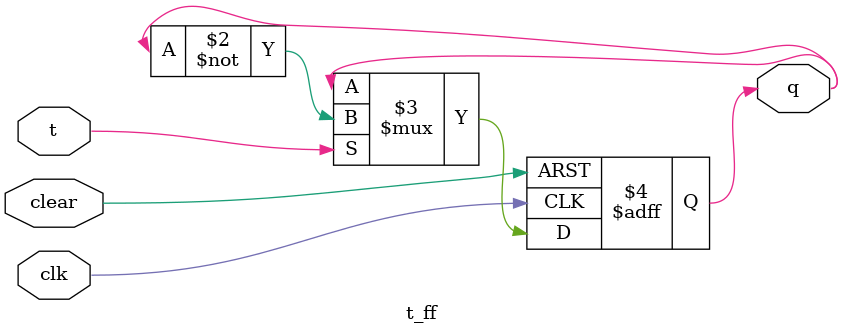
<source format=v>
module t_ff (
    input t, 
    input clk, 
    input clear, 
    output reg q
);
    always @(posedge clk or posedge clear) begin
        if (clear)begin
            q <= 1'b0; 
        end else begin 
            q <= (t ? ~q : q);
			end	
    end
endmodule

</source>
